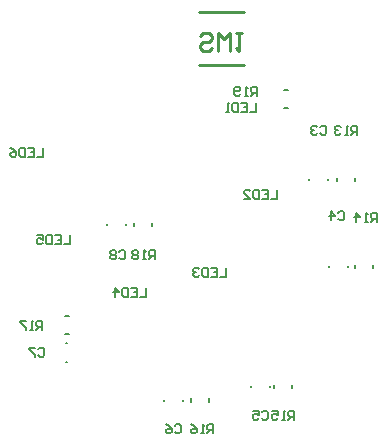
<source format=gbo>
G04*
G04 #@! TF.GenerationSoftware,Altium Limited,Altium Designer,20.0.14 (345)*
G04*
G04 Layer_Color=32896*
%FSLAX25Y25*%
%MOIN*%
G70*
G01*
G75*
%ADD10C,0.01000*%
%ADD12C,0.00800*%
%ADD35C,0.00591*%
D10*
X86500Y125142D02*
X101500D01*
X86500Y142858D02*
X101500D01*
X91001Y131001D02*
X90001Y130001D01*
X88002D01*
X87002Y131001D01*
Y132000D01*
X88002Y133000D01*
X90001D01*
X91001Y134000D01*
Y134999D01*
X90001Y135999D01*
X88002D01*
X87002Y134999D01*
X93000Y130001D02*
Y135999D01*
X95000Y134000D01*
X96999Y135999D01*
Y130001D01*
X98998Y135999D02*
X100998D01*
X99998D01*
Y130001D01*
X98998Y131001D01*
D12*
X105739Y114975D02*
X105759Y117974D01*
X104259Y117984D01*
X103756Y117488D01*
X103749Y116488D01*
X104246Y115985D01*
X105745Y115975D01*
X104746Y115982D02*
X103739Y114989D01*
X102740Y114996D02*
X101740Y115002D01*
X102240Y114999D01*
X102260Y117998D01*
X102756Y117495D01*
X100244Y115512D02*
X99741Y115016D01*
X98741Y115022D01*
X98245Y115525D01*
X98258Y117525D01*
X98761Y118021D01*
X99761Y118015D01*
X100257Y117511D01*
X100254Y117012D01*
X99751Y116515D01*
X98251Y116525D01*
X71749Y60501D02*
Y63499D01*
X70249D01*
X69749Y63000D01*
Y62000D01*
X70249Y61500D01*
X71749D01*
X70749D02*
X69749Y60501D01*
X68750D02*
X67750D01*
X68250D01*
Y63499D01*
X68750Y63000D01*
X66251D02*
X65751Y63499D01*
X64751D01*
X64251Y63000D01*
Y62500D01*
X64751Y62000D01*
X64251Y61500D01*
Y61000D01*
X64751Y60501D01*
X65751D01*
X66251Y61000D01*
Y61500D01*
X65751Y62000D01*
X66251Y62500D01*
Y63000D01*
X65751Y62000D02*
X64751D01*
X34249Y37001D02*
Y39999D01*
X32749D01*
X32249Y39500D01*
Y38500D01*
X32749Y38000D01*
X34249D01*
X33249D02*
X32249Y37001D01*
X31250D02*
X30250D01*
X30750D01*
Y39999D01*
X31250Y39500D01*
X28751Y39999D02*
X26751D01*
Y39500D01*
X28751Y37500D01*
Y37001D01*
X91249Y2500D02*
Y5500D01*
X89749D01*
X89249Y5000D01*
Y4000D01*
X89749Y3500D01*
X91249D01*
X90249D02*
X89249Y2500D01*
X88250D02*
X87250D01*
X87750D01*
Y5500D01*
X88250Y5000D01*
X83751Y5500D02*
X84751Y5000D01*
X85751Y4000D01*
Y3000D01*
X85251Y2500D01*
X84251D01*
X83751Y3000D01*
Y3500D01*
X84251Y4000D01*
X85751D01*
X118249Y7000D02*
Y10000D01*
X116749D01*
X116249Y9500D01*
Y8500D01*
X116749Y8000D01*
X118249D01*
X117249D02*
X116249Y7000D01*
X115250D02*
X114250D01*
X114750D01*
Y10000D01*
X115250Y9500D01*
X110751Y10000D02*
X112751D01*
Y8500D01*
X111751Y9000D01*
X111251D01*
X110751Y8500D01*
Y7500D01*
X111251Y7000D01*
X112251D01*
X112751Y7500D01*
X145749Y73001D02*
Y75999D01*
X144249D01*
X143749Y75500D01*
Y74500D01*
X144249Y74000D01*
X145749D01*
X144749D02*
X143749Y73001D01*
X142750D02*
X141750D01*
X142250D01*
Y75999D01*
X142750Y75500D01*
X138751Y73001D02*
Y75999D01*
X140251Y74500D01*
X138251D01*
X139249Y102000D02*
Y104999D01*
X137749D01*
X137249Y104500D01*
Y103500D01*
X137749Y103000D01*
X139249D01*
X138249D02*
X137249Y102000D01*
X136250D02*
X135250D01*
X135750D01*
Y104999D01*
X136250Y104500D01*
X133751D02*
X133251Y104999D01*
X132251D01*
X131751Y104500D01*
Y104000D01*
X132251Y103500D01*
X132751D01*
X132251D01*
X131751Y103000D01*
Y102500D01*
X132251Y102000D01*
X133251D01*
X133751Y102500D01*
X34700Y97599D02*
Y94600D01*
X32701D01*
X29702Y97599D02*
X31701D01*
Y94600D01*
X29702D01*
X31701Y96100D02*
X30701D01*
X28702Y97599D02*
Y94600D01*
X27202D01*
X26703Y95100D01*
Y97099D01*
X27202Y97599D01*
X28702D01*
X23704D02*
X24703Y97099D01*
X25703Y96100D01*
Y95100D01*
X25203Y94600D01*
X24203D01*
X23704Y95100D01*
Y95600D01*
X24203Y96100D01*
X25703D01*
X43498Y68499D02*
Y65500D01*
X41499D01*
X38500Y68499D02*
X40499D01*
Y65500D01*
X38500D01*
X40499Y67000D02*
X39500D01*
X37500Y68499D02*
Y65500D01*
X36001D01*
X35501Y66000D01*
Y68000D01*
X36001Y68499D01*
X37500D01*
X32502D02*
X34501D01*
Y67000D01*
X33501Y67500D01*
X33002D01*
X32502Y67000D01*
Y66000D01*
X33002Y65500D01*
X34001D01*
X34501Y66000D01*
X68998Y50999D02*
Y48000D01*
X66999D01*
X64000Y50999D02*
X65999D01*
Y48000D01*
X64000D01*
X65999Y49500D02*
X65000D01*
X63000Y50999D02*
Y48000D01*
X61501D01*
X61001Y48500D01*
Y50500D01*
X61501Y50999D01*
X63000D01*
X58502Y48000D02*
Y50999D01*
X60001Y49500D01*
X58002D01*
X95700Y57599D02*
Y54600D01*
X93701D01*
X90702Y57599D02*
X92701D01*
Y54600D01*
X90702D01*
X92701Y56099D02*
X91701D01*
X89702Y57599D02*
Y54600D01*
X88202D01*
X87703Y55100D01*
Y57099D01*
X88202Y57599D01*
X89702D01*
X86703Y57099D02*
X86203Y57599D01*
X85203D01*
X84704Y57099D01*
Y56599D01*
X85203Y56099D01*
X85703D01*
X85203D01*
X84704Y55600D01*
Y55100D01*
X85203Y54600D01*
X86203D01*
X86703Y55100D01*
X112700Y83599D02*
Y80600D01*
X110701D01*
X107702Y83599D02*
X109701D01*
Y80600D01*
X107702D01*
X109701Y82099D02*
X108701D01*
X106702Y83599D02*
Y80600D01*
X105202D01*
X104703Y81100D01*
Y83099D01*
X105202Y83599D01*
X106702D01*
X101704Y80600D02*
X103703D01*
X101704Y82599D01*
Y83099D01*
X102203Y83599D01*
X103203D01*
X103703Y83099D01*
X105700Y112599D02*
Y109600D01*
X103701D01*
X100702Y112599D02*
X102701D01*
Y109600D01*
X100702D01*
X102701Y111100D02*
X101701D01*
X99702Y112599D02*
Y109600D01*
X98202D01*
X97703Y110100D01*
Y112099D01*
X98202Y112599D01*
X99702D01*
X96703Y109600D02*
X95703D01*
X96203D01*
Y112599D01*
X96703Y112099D01*
X60000Y63000D02*
X60500Y63499D01*
X61499D01*
X61999Y63000D01*
Y61000D01*
X61499Y60501D01*
X60500D01*
X60000Y61000D01*
X59000Y63000D02*
X58500Y63499D01*
X57501D01*
X57001Y63000D01*
Y62500D01*
X57501Y62000D01*
X57001Y61500D01*
Y61000D01*
X57501Y60501D01*
X58500D01*
X59000Y61000D01*
Y61500D01*
X58500Y62000D01*
X59000Y62500D01*
Y63000D01*
X58500Y62000D02*
X57501D01*
X33000Y30500D02*
X33500Y30999D01*
X34499D01*
X34999Y30500D01*
Y28500D01*
X34499Y28001D01*
X33500D01*
X33000Y28500D01*
X32000Y30999D02*
X30001D01*
Y30500D01*
X32000Y28500D01*
Y28001D01*
X78500Y5000D02*
X79000Y5500D01*
X79999D01*
X80499Y5000D01*
Y3000D01*
X79999Y2500D01*
X79000D01*
X78500Y3000D01*
X75501Y5500D02*
X76500Y5000D01*
X77500Y4000D01*
Y3000D01*
X77000Y2500D01*
X76001D01*
X75501Y3000D01*
Y3500D01*
X76001Y4000D01*
X77500D01*
X107500Y9500D02*
X108000Y10000D01*
X108999D01*
X109499Y9500D01*
Y7500D01*
X108999Y7000D01*
X108000D01*
X107500Y7500D01*
X104501Y10000D02*
X106500D01*
Y8500D01*
X105500Y9000D01*
X105001D01*
X104501Y8500D01*
Y7500D01*
X105001Y7000D01*
X106000D01*
X106500Y7500D01*
X133000Y76000D02*
X133500Y76499D01*
X134499D01*
X134999Y76000D01*
Y74000D01*
X134499Y73501D01*
X133500D01*
X133000Y74000D01*
X130501Y73501D02*
Y76499D01*
X132000Y75000D01*
X130001D01*
X127000Y104500D02*
X127500Y104999D01*
X128499D01*
X128999Y104500D01*
Y102500D01*
X128499Y102000D01*
X127500D01*
X127000Y102500D01*
X126000Y104500D02*
X125500Y104999D01*
X124501D01*
X124001Y104500D01*
Y104000D01*
X124501Y103500D01*
X125001D01*
X124501D01*
X124001Y103000D01*
Y102500D01*
X124501Y102000D01*
X125500D01*
X126000Y102500D01*
D35*
X114909Y116953D02*
X116091D01*
X114909Y111047D02*
X116091D01*
X55850Y71803D02*
Y72197D01*
X62150Y71803D02*
Y72197D01*
X42303Y32650D02*
X42697D01*
X42303Y26350D02*
X42697D01*
X84047Y12910D02*
Y14090D01*
X89953Y12910D02*
Y14090D01*
X74850Y13303D02*
Y13697D01*
X81150Y13303D02*
Y13697D01*
X103850Y17803D02*
Y18197D01*
X110150Y17803D02*
Y18197D01*
X129850Y57803D02*
Y58197D01*
X136150Y57803D02*
Y58197D01*
X41909Y41453D02*
X43091D01*
X41909Y35547D02*
X43091D01*
X111547Y17410D02*
Y18590D01*
X117453Y17410D02*
Y18590D01*
X138547Y57410D02*
Y58591D01*
X144453Y57410D02*
Y58591D01*
X65047Y71409D02*
Y72591D01*
X70953Y71409D02*
Y72591D01*
X132547Y86409D02*
Y87590D01*
X138453Y86409D02*
Y87590D01*
X123350Y86803D02*
Y87197D01*
X129650Y86803D02*
Y87197D01*
M02*

</source>
